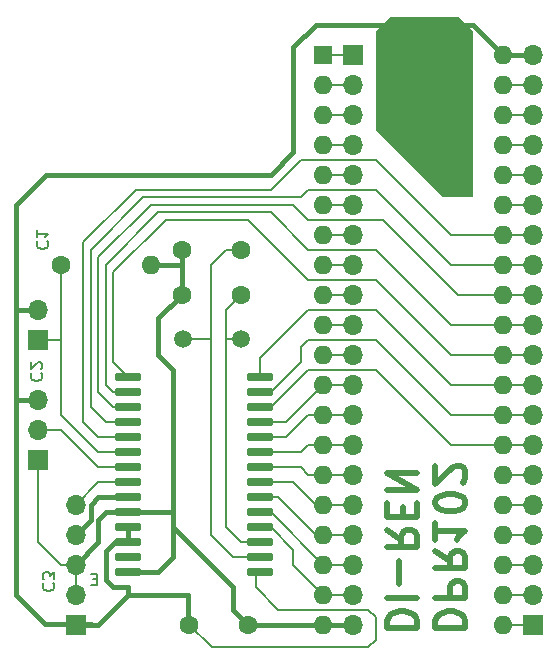
<source format=gbl>
%TF.GenerationSoftware,KiCad,Pcbnew,8.0.3+1*%
%TF.CreationDate,2024-07-30T19:41:34+02:00*%
%TF.ProjectId,QL_diren_keyboard_adapter,514c5f64-6972-4656-9e5f-6b6579626f61,rev?*%
%TF.SameCoordinates,Original*%
%TF.FileFunction,Copper,L2,Bot*%
%TF.FilePolarity,Positive*%
%FSLAX46Y46*%
G04 Gerber Fmt 4.6, Leading zero omitted, Abs format (unit mm)*
G04 Created by KiCad (PCBNEW 8.0.3+1) date 2024-07-30 19:41:34*
%MOMM*%
%LPD*%
G01*
G04 APERTURE LIST*
G04 Aperture macros list*
%AMRoundRect*
0 Rectangle with rounded corners*
0 $1 Rounding radius*
0 $2 $3 $4 $5 $6 $7 $8 $9 X,Y pos of 4 corners*
0 Add a 4 corners polygon primitive as box body*
4,1,4,$2,$3,$4,$5,$6,$7,$8,$9,$2,$3,0*
0 Add four circle primitives for the rounded corners*
1,1,$1+$1,$2,$3*
1,1,$1+$1,$4,$5*
1,1,$1+$1,$6,$7*
1,1,$1+$1,$8,$9*
0 Add four rect primitives between the rounded corners*
20,1,$1+$1,$2,$3,$4,$5,0*
20,1,$1+$1,$4,$5,$6,$7,0*
20,1,$1+$1,$6,$7,$8,$9,0*
20,1,$1+$1,$8,$9,$2,$3,0*%
G04 Aperture macros list end*
%ADD10C,0.200000*%
%TA.AperFunction,NonConductor*%
%ADD11C,0.200000*%
%TD*%
%ADD12C,0.508000*%
%TA.AperFunction,NonConductor*%
%ADD13C,0.508000*%
%TD*%
%TA.AperFunction,ComponentPad*%
%ADD14R,1.600000X1.600000*%
%TD*%
%TA.AperFunction,ComponentPad*%
%ADD15O,1.600000X1.600000*%
%TD*%
%TA.AperFunction,ComponentPad*%
%ADD16R,1.700000X1.700000*%
%TD*%
%TA.AperFunction,ComponentPad*%
%ADD17O,1.700000X1.700000*%
%TD*%
%TA.AperFunction,ComponentPad*%
%ADD18C,1.600000*%
%TD*%
%TA.AperFunction,ComponentPad*%
%ADD19C,1.500000*%
%TD*%
%TA.AperFunction,SMDPad,CuDef*%
%ADD20RoundRect,0.150000X-0.987500X-0.150000X0.987500X-0.150000X0.987500X0.150000X-0.987500X0.150000X0*%
%TD*%
%TA.AperFunction,Conductor*%
%ADD21C,0.200000*%
%TD*%
%TA.AperFunction,Conductor*%
%ADD22C,0.400000*%
%TD*%
%ADD23C,0.350000*%
G04 APERTURE END LIST*
D10*
D11*
X76936019Y-90498898D02*
X76888400Y-90546517D01*
X76888400Y-90546517D02*
X76840780Y-90689374D01*
X76840780Y-90689374D02*
X76840780Y-90784612D01*
X76840780Y-90784612D02*
X76888400Y-90927469D01*
X76888400Y-90927469D02*
X76983638Y-91022707D01*
X76983638Y-91022707D02*
X77078876Y-91070326D01*
X77078876Y-91070326D02*
X77269352Y-91117945D01*
X77269352Y-91117945D02*
X77412209Y-91117945D01*
X77412209Y-91117945D02*
X77602685Y-91070326D01*
X77602685Y-91070326D02*
X77697923Y-91022707D01*
X77697923Y-91022707D02*
X77793161Y-90927469D01*
X77793161Y-90927469D02*
X77840780Y-90784612D01*
X77840780Y-90784612D02*
X77840780Y-90689374D01*
X77840780Y-90689374D02*
X77793161Y-90546517D01*
X77793161Y-90546517D02*
X77745542Y-90498898D01*
X77745542Y-90117945D02*
X77793161Y-90070326D01*
X77793161Y-90070326D02*
X77840780Y-89975088D01*
X77840780Y-89975088D02*
X77840780Y-89736993D01*
X77840780Y-89736993D02*
X77793161Y-89641755D01*
X77793161Y-89641755D02*
X77745542Y-89594136D01*
X77745542Y-89594136D02*
X77650304Y-89546517D01*
X77650304Y-89546517D02*
X77555066Y-89546517D01*
X77555066Y-89546517D02*
X77412209Y-89594136D01*
X77412209Y-89594136D02*
X76840780Y-90165564D01*
X76840780Y-90165564D02*
X76840780Y-89546517D01*
D10*
D11*
X77444019Y-79322898D02*
X77396400Y-79370517D01*
X77396400Y-79370517D02*
X77348780Y-79513374D01*
X77348780Y-79513374D02*
X77348780Y-79608612D01*
X77348780Y-79608612D02*
X77396400Y-79751469D01*
X77396400Y-79751469D02*
X77491638Y-79846707D01*
X77491638Y-79846707D02*
X77586876Y-79894326D01*
X77586876Y-79894326D02*
X77777352Y-79941945D01*
X77777352Y-79941945D02*
X77920209Y-79941945D01*
X77920209Y-79941945D02*
X78110685Y-79894326D01*
X78110685Y-79894326D02*
X78205923Y-79846707D01*
X78205923Y-79846707D02*
X78301161Y-79751469D01*
X78301161Y-79751469D02*
X78348780Y-79608612D01*
X78348780Y-79608612D02*
X78348780Y-79513374D01*
X78348780Y-79513374D02*
X78301161Y-79370517D01*
X78301161Y-79370517D02*
X78253542Y-79322898D01*
X77348780Y-78370517D02*
X77348780Y-78941945D01*
X77348780Y-78656231D02*
X78348780Y-78656231D01*
X78348780Y-78656231D02*
X78205923Y-78751469D01*
X78205923Y-78751469D02*
X78110685Y-78846707D01*
X78110685Y-78846707D02*
X78063066Y-78941945D01*
D10*
D11*
X77952019Y-108278898D02*
X77904400Y-108326517D01*
X77904400Y-108326517D02*
X77856780Y-108469374D01*
X77856780Y-108469374D02*
X77856780Y-108564612D01*
X77856780Y-108564612D02*
X77904400Y-108707469D01*
X77904400Y-108707469D02*
X77999638Y-108802707D01*
X77999638Y-108802707D02*
X78094876Y-108850326D01*
X78094876Y-108850326D02*
X78285352Y-108897945D01*
X78285352Y-108897945D02*
X78428209Y-108897945D01*
X78428209Y-108897945D02*
X78618685Y-108850326D01*
X78618685Y-108850326D02*
X78713923Y-108802707D01*
X78713923Y-108802707D02*
X78809161Y-108707469D01*
X78809161Y-108707469D02*
X78856780Y-108564612D01*
X78856780Y-108564612D02*
X78856780Y-108469374D01*
X78856780Y-108469374D02*
X78809161Y-108326517D01*
X78809161Y-108326517D02*
X78761542Y-108278898D01*
X78856780Y-107945564D02*
X78856780Y-107326517D01*
X78856780Y-107326517D02*
X78475828Y-107659850D01*
X78475828Y-107659850D02*
X78475828Y-107516993D01*
X78475828Y-107516993D02*
X78428209Y-107421755D01*
X78428209Y-107421755D02*
X78380590Y-107374136D01*
X78380590Y-107374136D02*
X78285352Y-107326517D01*
X78285352Y-107326517D02*
X78047257Y-107326517D01*
X78047257Y-107326517D02*
X77952019Y-107374136D01*
X77952019Y-107374136D02*
X77904400Y-107421755D01*
X77904400Y-107421755D02*
X77856780Y-107516993D01*
X77856780Y-107516993D02*
X77856780Y-107802707D01*
X77856780Y-107802707D02*
X77904400Y-107897945D01*
X77904400Y-107897945D02*
X77952019Y-107945564D01*
D10*
D11*
X82434326Y-107928409D02*
X82100993Y-107928409D01*
X81958136Y-108452219D02*
X82434326Y-108452219D01*
X82434326Y-108452219D02*
X82434326Y-107452219D01*
X82434326Y-107452219D02*
X81958136Y-107452219D01*
D12*
D13*
X111106521Y-112091028D02*
X113646521Y-112091028D01*
X113646521Y-112091028D02*
X113646521Y-111486266D01*
X113646521Y-111486266D02*
X113525569Y-111123409D01*
X113525569Y-111123409D02*
X113283664Y-110881504D01*
X113283664Y-110881504D02*
X113041759Y-110760551D01*
X113041759Y-110760551D02*
X112557950Y-110639599D01*
X112557950Y-110639599D02*
X112195093Y-110639599D01*
X112195093Y-110639599D02*
X111711283Y-110760551D01*
X111711283Y-110760551D02*
X111469378Y-110881504D01*
X111469378Y-110881504D02*
X111227474Y-111123409D01*
X111227474Y-111123409D02*
X111106521Y-111486266D01*
X111106521Y-111486266D02*
X111106521Y-112091028D01*
X111106521Y-109551028D02*
X113646521Y-109551028D01*
X113646521Y-109551028D02*
X113646521Y-108583409D01*
X113646521Y-108583409D02*
X113525569Y-108341504D01*
X113525569Y-108341504D02*
X113404616Y-108220551D01*
X113404616Y-108220551D02*
X113162712Y-108099599D01*
X113162712Y-108099599D02*
X112799854Y-108099599D01*
X112799854Y-108099599D02*
X112557950Y-108220551D01*
X112557950Y-108220551D02*
X112436997Y-108341504D01*
X112436997Y-108341504D02*
X112316045Y-108583409D01*
X112316045Y-108583409D02*
X112316045Y-109551028D01*
X111106521Y-105559599D02*
X112316045Y-106406266D01*
X111106521Y-107011028D02*
X113646521Y-107011028D01*
X113646521Y-107011028D02*
X113646521Y-106043409D01*
X113646521Y-106043409D02*
X113525569Y-105801504D01*
X113525569Y-105801504D02*
X113404616Y-105680551D01*
X113404616Y-105680551D02*
X113162712Y-105559599D01*
X113162712Y-105559599D02*
X112799854Y-105559599D01*
X112799854Y-105559599D02*
X112557950Y-105680551D01*
X112557950Y-105680551D02*
X112436997Y-105801504D01*
X112436997Y-105801504D02*
X112316045Y-106043409D01*
X112316045Y-106043409D02*
X112316045Y-107011028D01*
X111106521Y-103140551D02*
X111106521Y-104591980D01*
X111106521Y-103866266D02*
X113646521Y-103866266D01*
X113646521Y-103866266D02*
X113283664Y-104108170D01*
X113283664Y-104108170D02*
X113041759Y-104350075D01*
X113041759Y-104350075D02*
X112920807Y-104591980D01*
X113646521Y-101568170D02*
X113646521Y-101326265D01*
X113646521Y-101326265D02*
X113525569Y-101084361D01*
X113525569Y-101084361D02*
X113404616Y-100963408D01*
X113404616Y-100963408D02*
X113162712Y-100842456D01*
X113162712Y-100842456D02*
X112678902Y-100721503D01*
X112678902Y-100721503D02*
X112074140Y-100721503D01*
X112074140Y-100721503D02*
X111590331Y-100842456D01*
X111590331Y-100842456D02*
X111348426Y-100963408D01*
X111348426Y-100963408D02*
X111227474Y-101084361D01*
X111227474Y-101084361D02*
X111106521Y-101326265D01*
X111106521Y-101326265D02*
X111106521Y-101568170D01*
X111106521Y-101568170D02*
X111227474Y-101810075D01*
X111227474Y-101810075D02*
X111348426Y-101931027D01*
X111348426Y-101931027D02*
X111590331Y-102051980D01*
X111590331Y-102051980D02*
X112074140Y-102172932D01*
X112074140Y-102172932D02*
X112678902Y-102172932D01*
X112678902Y-102172932D02*
X113162712Y-102051980D01*
X113162712Y-102051980D02*
X113404616Y-101931027D01*
X113404616Y-101931027D02*
X113525569Y-101810075D01*
X113525569Y-101810075D02*
X113646521Y-101568170D01*
X113404616Y-99753884D02*
X113525569Y-99632932D01*
X113525569Y-99632932D02*
X113646521Y-99391027D01*
X113646521Y-99391027D02*
X113646521Y-98786265D01*
X113646521Y-98786265D02*
X113525569Y-98544360D01*
X113525569Y-98544360D02*
X113404616Y-98423408D01*
X113404616Y-98423408D02*
X113162712Y-98302455D01*
X113162712Y-98302455D02*
X112920807Y-98302455D01*
X112920807Y-98302455D02*
X112557950Y-98423408D01*
X112557950Y-98423408D02*
X111106521Y-99874836D01*
X111106521Y-99874836D02*
X111106521Y-98302455D01*
X107017263Y-112091028D02*
X109557263Y-112091028D01*
X109557263Y-112091028D02*
X109557263Y-111486266D01*
X109557263Y-111486266D02*
X109436311Y-111123409D01*
X109436311Y-111123409D02*
X109194406Y-110881504D01*
X109194406Y-110881504D02*
X108952501Y-110760551D01*
X108952501Y-110760551D02*
X108468692Y-110639599D01*
X108468692Y-110639599D02*
X108105835Y-110639599D01*
X108105835Y-110639599D02*
X107622025Y-110760551D01*
X107622025Y-110760551D02*
X107380120Y-110881504D01*
X107380120Y-110881504D02*
X107138216Y-111123409D01*
X107138216Y-111123409D02*
X107017263Y-111486266D01*
X107017263Y-111486266D02*
X107017263Y-112091028D01*
X107017263Y-109551028D02*
X109557263Y-109551028D01*
X107984882Y-108341504D02*
X107984882Y-106406266D01*
X107017263Y-103745313D02*
X108226787Y-104591980D01*
X107017263Y-105196742D02*
X109557263Y-105196742D01*
X109557263Y-105196742D02*
X109557263Y-104229123D01*
X109557263Y-104229123D02*
X109436311Y-103987218D01*
X109436311Y-103987218D02*
X109315358Y-103866265D01*
X109315358Y-103866265D02*
X109073454Y-103745313D01*
X109073454Y-103745313D02*
X108710596Y-103745313D01*
X108710596Y-103745313D02*
X108468692Y-103866265D01*
X108468692Y-103866265D02*
X108347739Y-103987218D01*
X108347739Y-103987218D02*
X108226787Y-104229123D01*
X108226787Y-104229123D02*
X108226787Y-105196742D01*
X108347739Y-102656742D02*
X108347739Y-101810075D01*
X107017263Y-101447218D02*
X107017263Y-102656742D01*
X107017263Y-102656742D02*
X109557263Y-102656742D01*
X109557263Y-102656742D02*
X109557263Y-101447218D01*
X107017263Y-100358647D02*
X109557263Y-100358647D01*
X109557263Y-100358647D02*
X107017263Y-98907218D01*
X107017263Y-98907218D02*
X109557263Y-98907218D01*
D14*
%TO.P,U1,1,T0*%
%TO.N,Net-(J1-Pin_1)*%
X101600000Y-63500000D03*
D15*
%TO.P,U1,2,X1*%
%TO.N,Net-(J1-Pin_2)*%
X101600000Y-66040000D03*
%TO.P,U1,3,X2*%
%TO.N,Net-(J1-Pin_3)*%
X101600000Y-68580000D03*
%TO.P,U1,4,~{RESET}*%
%TO.N,Net-(J1-Pin_4)*%
X101600000Y-71120000D03*
%TO.P,U1,5,~{SS}*%
%TO.N,Net-(J1-Pin_5)*%
X101600000Y-73660000D03*
%TO.P,U1,6,~{INT}*%
%TO.N,Net-(J1-Pin_6)*%
X101600000Y-76200000D03*
%TO.P,U1,7,EA*%
%TO.N,Net-(J1-Pin_7)*%
X101600000Y-78740000D03*
%TO.P,U1,8,~{RD}*%
%TO.N,Net-(J1-Pin_8)*%
X101600000Y-81280000D03*
%TO.P,U1,9,~{PSEN}*%
%TO.N,Net-(J1-Pin_9)*%
X101600000Y-83820000D03*
%TO.P,U1,10,~{WR}*%
%TO.N,Net-(J1-Pin_10)*%
X101600000Y-86360000D03*
%TO.P,U1,11,ALE*%
%TO.N,Net-(J1-Pin_11)*%
X101600000Y-88900000D03*
%TO.P,U1,12,DB.0*%
%TO.N,/KBI00*%
X101600000Y-91440000D03*
%TO.P,U1,13,DB.1*%
%TO.N,/KBI01*%
X101600000Y-93980000D03*
%TO.P,U1,14,DB.2*%
%TO.N,/KBI02*%
X101600000Y-96520000D03*
%TO.P,U1,15,DB.3*%
%TO.N,/KBI03*%
X101600000Y-99060000D03*
%TO.P,U1,16,DB.4*%
%TO.N,/KBI04*%
X101600000Y-101600000D03*
%TO.P,U1,17,DB.5*%
%TO.N,/KBI05*%
X101600000Y-104140000D03*
%TO.P,U1,18,DB.6*%
%TO.N,/KBI06*%
X101600000Y-106680000D03*
%TO.P,U1,19,DB.7*%
%TO.N,/KBI07*%
X101600000Y-109220000D03*
%TO.P,U1,20,GND*%
%TO.N,GND*%
X101600000Y-111760000D03*
%TO.P,U1,21,P2.0*%
%TO.N,Net-(J2-Pin_1)*%
X116840000Y-111760000D03*
%TO.P,U1,22,P2.1*%
%TO.N,Net-(J2-Pin_2)*%
X116840000Y-109220000D03*
%TO.P,U1,23,P2.2*%
%TO.N,Net-(J2-Pin_3)*%
X116840000Y-106680000D03*
%TO.P,U1,24,P2.3*%
%TO.N,Net-(J2-Pin_4)*%
X116840000Y-104140000D03*
%TO.P,U1,25,PROG*%
%TO.N,Net-(J2-Pin_5)*%
X116840000Y-101600000D03*
%TO.P,U1,26,Vpp/VDD*%
%TO.N,Net-(J2-Pin_6)*%
X116840000Y-99060000D03*
%TO.P,U1,27,P1.0*%
%TO.N,/KBO00*%
X116840000Y-96520000D03*
%TO.P,U1,28,P1.1*%
%TO.N,/KBO01*%
X116840000Y-93980000D03*
%TO.P,U1,29,P1.2*%
%TO.N,/KBO02*%
X116840000Y-91440000D03*
%TO.P,U1,30,P1.3*%
%TO.N,/KBO03*%
X116840000Y-88900000D03*
%TO.P,U1,31,P1.4*%
%TO.N,/KBO04*%
X116840000Y-86360000D03*
%TO.P,U1,32,P1.5*%
%TO.N,/KBO05*%
X116840000Y-83820000D03*
%TO.P,U1,33,P1.6*%
%TO.N,/KBO06*%
X116840000Y-81280000D03*
%TO.P,U1,34,P1.7*%
%TO.N,/KBO07*%
X116840000Y-78740000D03*
%TO.P,U1,35,P2.4*%
%TO.N,Net-(J2-Pin_15)*%
X116840000Y-76200000D03*
%TO.P,U1,36,P2.5*%
%TO.N,Net-(J2-Pin_16)*%
X116840000Y-73660000D03*
%TO.P,U1,37,P2.6*%
%TO.N,Net-(J2-Pin_17)*%
X116840000Y-71120000D03*
%TO.P,U1,38,P2.7*%
%TO.N,Net-(J2-Pin_18)*%
X116840000Y-68580000D03*
%TO.P,U1,39,T1*%
%TO.N,Net-(J2-Pin_19)*%
X116840000Y-66040000D03*
%TO.P,U1,40,VCC*%
%TO.N,+5V*%
X116840000Y-63500000D03*
%TD*%
D16*
%TO.P,J5,1,Pin_1*%
%TO.N,GND*%
X77470000Y-97790000D03*
D17*
%TO.P,J5,2,Pin_2*%
%TO.N,Net-(J5-Pin_2)*%
X77470000Y-95250000D03*
%TO.P,J5,3,Pin_3*%
%TO.N,+5V*%
X77470000Y-92710000D03*
%TD*%
D18*
%TO.P,C2,1*%
%TO.N,Net-(U2-OSC1{slash}CLKIN)*%
X94615000Y-80010000D03*
%TO.P,C2,2*%
%TO.N,GND*%
X89615000Y-80010000D03*
%TD*%
%TO.P,C1,1*%
%TO.N,Net-(U2-OSC2{slash}CLKOUT)*%
X94615000Y-83820000D03*
%TO.P,C1,2*%
%TO.N,GND*%
X89615000Y-83820000D03*
%TD*%
%TO.P,C3,1*%
%TO.N,+5V*%
X90250000Y-111760000D03*
%TO.P,C3,2*%
%TO.N,GND*%
X95250000Y-111760000D03*
%TD*%
D19*
%TO.P,Y1,1,1*%
%TO.N,Net-(U2-OSC1{slash}CLKIN)*%
X89715000Y-87600000D03*
%TO.P,Y1,2,2*%
%TO.N,Net-(U2-OSC2{slash}CLKOUT)*%
X94615000Y-87600000D03*
%TD*%
D16*
%TO.P,J4,1,Pin_1*%
%TO.N,Net-(J4-Pin_1)*%
X77470000Y-87630000D03*
D17*
%TO.P,J4,2,Pin_2*%
%TO.N,+5V*%
X77470000Y-85090000D03*
%TD*%
D15*
%TO.P,R1,2*%
%TO.N,GND*%
X86995000Y-81280000D03*
D18*
%TO.P,R1,1*%
%TO.N,Net-(J4-Pin_1)*%
X79375000Y-81280000D03*
%TD*%
D16*
%TO.P,J3,1,Pin_1*%
%TO.N,+5V*%
X80645000Y-111760000D03*
D17*
%TO.P,J3,2,Pin_2*%
%TO.N,GND*%
X80645000Y-109220000D03*
%TO.P,J3,3,Pin_3*%
X80645000Y-106680000D03*
%TO.P,J3,4,Pin_4*%
%TO.N,Net-(J3-Pin_4)*%
X80645000Y-104140000D03*
%TO.P,J3,5,Pin_5*%
%TO.N,Net-(J3-Pin_5)*%
X80645000Y-101600000D03*
%TD*%
D16*
%TO.P,J2,1,Pin_1*%
%TO.N,Net-(J2-Pin_1)*%
X119380000Y-111760000D03*
D17*
%TO.P,J2,2,Pin_2*%
%TO.N,Net-(J2-Pin_2)*%
X119380000Y-109220000D03*
%TO.P,J2,3,Pin_3*%
%TO.N,Net-(J2-Pin_3)*%
X119380000Y-106680000D03*
%TO.P,J2,4,Pin_4*%
%TO.N,Net-(J2-Pin_4)*%
X119380000Y-104140000D03*
%TO.P,J2,5,Pin_5*%
%TO.N,Net-(J2-Pin_5)*%
X119380000Y-101600000D03*
%TO.P,J2,6,Pin_6*%
%TO.N,Net-(J2-Pin_6)*%
X119380000Y-99060000D03*
%TO.P,J2,7,Pin_7*%
%TO.N,/KBO00*%
X119380000Y-96520000D03*
%TO.P,J2,8,Pin_8*%
%TO.N,/KBO01*%
X119380000Y-93980000D03*
%TO.P,J2,9,Pin_9*%
%TO.N,/KBO02*%
X119380000Y-91440000D03*
%TO.P,J2,10,Pin_10*%
%TO.N,/KBO03*%
X119380000Y-88900000D03*
%TO.P,J2,11,Pin_11*%
%TO.N,/KBO04*%
X119380000Y-86360000D03*
%TO.P,J2,12,Pin_12*%
%TO.N,/KBO05*%
X119380000Y-83820000D03*
%TO.P,J2,13,Pin_13*%
%TO.N,/KBO06*%
X119380000Y-81280000D03*
%TO.P,J2,14,Pin_14*%
%TO.N,/KBO07*%
X119380000Y-78740000D03*
%TO.P,J2,15,Pin_15*%
%TO.N,Net-(J2-Pin_15)*%
X119380000Y-76200000D03*
%TO.P,J2,16,Pin_16*%
%TO.N,Net-(J2-Pin_16)*%
X119380000Y-73660000D03*
%TO.P,J2,17,Pin_17*%
%TO.N,Net-(J2-Pin_17)*%
X119380000Y-71120000D03*
%TO.P,J2,18,Pin_18*%
%TO.N,Net-(J2-Pin_18)*%
X119380000Y-68580000D03*
%TO.P,J2,19,Pin_19*%
%TO.N,Net-(J2-Pin_19)*%
X119380000Y-66040000D03*
%TO.P,J2,20,Pin_20*%
%TO.N,+5V*%
X119380000Y-63500000D03*
%TD*%
D20*
%TO.P,U2,1,VSS*%
%TO.N,GND*%
X85090000Y-107315000D03*
%TO.P,U2,2,TOCKI*%
%TO.N,unconnected-(U2-TOCKI-Pad2)*%
X85090000Y-106045000D03*
%TO.P,U2,3,VDD*%
%TO.N,+5V*%
X85090000Y-104775000D03*
%TO.P,U2,4,VDD*%
X85090000Y-103505000D03*
%TO.P,U2,5,RA0*%
%TO.N,GND*%
X85090000Y-102235000D03*
%TO.P,U2,6,RA1*%
%TO.N,Net-(J3-Pin_4)*%
X85090000Y-100965000D03*
%TO.P,U2,7,RA2*%
%TO.N,Net-(J3-Pin_5)*%
X85090000Y-99695000D03*
%TO.P,U2,8,RA3*%
%TO.N,Net-(J5-Pin_2)*%
X85090000Y-98425000D03*
%TO.P,U2,9,RB0*%
%TO.N,Net-(J4-Pin_1)*%
X85090000Y-97155000D03*
%TO.P,U2,10,RB1*%
%TO.N,/KBO07*%
X85090000Y-95885000D03*
%TO.P,U2,11,RB2*%
%TO.N,/KBO06*%
X85090000Y-94615000D03*
%TO.P,U2,12,RB3*%
%TO.N,/KBO05*%
X85090000Y-93345000D03*
%TO.P,U2,13,RB4*%
%TO.N,/KBO04*%
X85090000Y-92075000D03*
%TO.P,U2,14,VSS*%
%TO.N,/KBO03*%
X85090000Y-90805000D03*
%TO.P,U2,15,RB5*%
%TO.N,/KBO02*%
X96215000Y-90805000D03*
%TO.P,U2,16,RB6*%
%TO.N,/KBO01*%
X96215000Y-92075000D03*
%TO.P,U2,17,RB7*%
%TO.N,/KBO00*%
X96215000Y-93345000D03*
%TO.P,U2,18,RC0*%
%TO.N,/KBI00*%
X96215000Y-94615000D03*
%TO.P,U2,19,RC1*%
%TO.N,/KBI01*%
X96215000Y-95885000D03*
%TO.P,U2,20,RC2*%
%TO.N,/KBI02*%
X96215000Y-97155000D03*
%TO.P,U2,21,RC3*%
%TO.N,/KBI03*%
X96215000Y-98425000D03*
%TO.P,U2,22,RC4*%
%TO.N,/KBI04*%
X96215000Y-99695000D03*
%TO.P,U2,23,RC5*%
%TO.N,/KBI05*%
X96215000Y-100965000D03*
%TO.P,U2,24,RC6*%
%TO.N,/KBI06*%
X96215000Y-102235000D03*
%TO.P,U2,25,RC7*%
%TO.N,/KBI07*%
X96215000Y-103505000D03*
%TO.P,U2,26,OSC2/CLKOUT*%
%TO.N,Net-(U2-OSC2{slash}CLKOUT)*%
X96215000Y-104775000D03*
%TO.P,U2,27,OSC1/CLKIN*%
%TO.N,Net-(U2-OSC1{slash}CLKIN)*%
X96215000Y-106045000D03*
%TO.P,U2,28,~{MCLR}*%
%TO.N,+5V*%
X96215000Y-107315000D03*
%TD*%
D16*
%TO.P,J1,1,Pin_1*%
%TO.N,Net-(J1-Pin_1)*%
X104140000Y-63500000D03*
D17*
%TO.P,J1,2,Pin_2*%
%TO.N,Net-(J1-Pin_2)*%
X104140000Y-66040000D03*
%TO.P,J1,3,Pin_3*%
%TO.N,Net-(J1-Pin_3)*%
X104140000Y-68580000D03*
%TO.P,J1,4,Pin_4*%
%TO.N,Net-(J1-Pin_4)*%
X104140000Y-71120000D03*
%TO.P,J1,5,Pin_5*%
%TO.N,Net-(J1-Pin_5)*%
X104140000Y-73660000D03*
%TO.P,J1,6,Pin_6*%
%TO.N,Net-(J1-Pin_6)*%
X104140000Y-76200000D03*
%TO.P,J1,7,Pin_7*%
%TO.N,Net-(J1-Pin_7)*%
X104140000Y-78740000D03*
%TO.P,J1,8,Pin_8*%
%TO.N,Net-(J1-Pin_8)*%
X104140000Y-81280000D03*
%TO.P,J1,9,Pin_9*%
%TO.N,Net-(J1-Pin_9)*%
X104140000Y-83820000D03*
%TO.P,J1,10,Pin_10*%
%TO.N,Net-(J1-Pin_10)*%
X104140000Y-86360000D03*
%TO.P,J1,11,Pin_11*%
%TO.N,Net-(J1-Pin_11)*%
X104140000Y-88900000D03*
%TO.P,J1,12,Pin_12*%
%TO.N,/KBI00*%
X104140000Y-91440000D03*
%TO.P,J1,13,Pin_13*%
%TO.N,/KBI01*%
X104140000Y-93980000D03*
%TO.P,J1,14,Pin_14*%
%TO.N,/KBI02*%
X104140000Y-96520000D03*
%TO.P,J1,15,Pin_15*%
%TO.N,/KBI03*%
X104140000Y-99060000D03*
%TO.P,J1,16,Pin_16*%
%TO.N,/KBI04*%
X104140000Y-101600000D03*
%TO.P,J1,17,Pin_17*%
%TO.N,/KBI05*%
X104140000Y-104140000D03*
%TO.P,J1,18,Pin_18*%
%TO.N,/KBI06*%
X104140000Y-106680000D03*
%TO.P,J1,19,Pin_19*%
%TO.N,/KBI07*%
X104140000Y-109220000D03*
%TO.P,J1,20,Pin_20*%
%TO.N,GND*%
X104140000Y-111760000D03*
%TD*%
D21*
%TO.N,Net-(J4-Pin_1)*%
X85090000Y-97155000D02*
X82550000Y-97155000D01*
X82550000Y-97155000D02*
X79375000Y-93980000D01*
X79375000Y-81915000D02*
X79375000Y-81280000D01*
X79375000Y-81280000D02*
X79375000Y-93980000D01*
X77470000Y-87630000D02*
X79375000Y-87630000D01*
%TO.N,/KBO03*%
X85090000Y-90805000D02*
X83820000Y-89535000D01*
%TO.N,Net-(U2-OSC1{slash}CLKIN)*%
X92045000Y-87600000D02*
X92075000Y-87630000D01*
X92075000Y-104140000D02*
X93980000Y-106045000D01*
X92075000Y-87630000D02*
X92075000Y-104140000D01*
X92075000Y-81280000D02*
X92075000Y-87630000D01*
X94615000Y-80010000D02*
X93345000Y-80010000D01*
X93980000Y-106045000D02*
X96215000Y-106045000D01*
X89715000Y-87600000D02*
X92045000Y-87600000D01*
X93345000Y-80010000D02*
X92075000Y-81280000D01*
D22*
%TO.N,GND*%
X86995000Y-81280000D02*
X89615000Y-81280000D01*
X85090000Y-107315000D02*
X87630000Y-107315000D01*
X88900000Y-103505000D02*
X93980000Y-108585000D01*
X89615000Y-81915000D02*
X89615000Y-80010000D01*
X88900000Y-102235000D02*
X88900000Y-103505000D01*
X88900000Y-102235000D02*
X88900000Y-90170000D01*
X89615000Y-83820000D02*
X89615000Y-81915000D01*
X82550000Y-102870000D02*
X83185000Y-102235000D01*
D21*
X77470000Y-104775000D02*
X79375000Y-106680000D01*
D22*
X88900000Y-106045000D02*
X87630000Y-107315000D01*
X80645000Y-106680000D02*
X82550000Y-104775000D01*
X82550000Y-104775000D02*
X82550000Y-102870000D01*
X87630000Y-88900000D02*
X87630000Y-85805000D01*
D21*
X80645000Y-106680000D02*
X80645000Y-109220000D01*
D22*
X83185000Y-102235000D02*
X84430000Y-102235000D01*
X85090000Y-102235000D02*
X88900000Y-102235000D01*
X95250000Y-111760000D02*
X93980000Y-110490000D01*
X93980000Y-110490000D02*
X93980000Y-108585000D01*
X88900000Y-90170000D02*
X87630000Y-88900000D01*
X101600000Y-111760000D02*
X95250000Y-111760000D01*
X88900000Y-102235000D02*
X88900000Y-106045000D01*
X101600000Y-111760000D02*
X104140000Y-111760000D01*
X87630000Y-85805000D02*
X89615000Y-83820000D01*
D21*
X79375000Y-106680000D02*
X80645000Y-106680000D01*
X77470000Y-97790000D02*
X77470000Y-104775000D01*
%TO.N,Net-(U2-OSC2{slash}CLKOUT)*%
X96215000Y-104775000D02*
X94615000Y-104775000D01*
X93345000Y-85090000D02*
X93345000Y-87630000D01*
X93345000Y-87630000D02*
X93345000Y-103505000D01*
X94615000Y-104775000D02*
X93345000Y-103505000D01*
X94615000Y-83820000D02*
X93345000Y-85090000D01*
X93375000Y-87600000D02*
X93345000Y-87630000D01*
X94615000Y-87600000D02*
X93375000Y-87600000D01*
D22*
%TO.N,+5V*%
X83820000Y-108585000D02*
X85090000Y-108585000D01*
D21*
X105410000Y-113665000D02*
X92155000Y-113665000D01*
X95885000Y-107315000D02*
X95885000Y-108585000D01*
D22*
X99060000Y-71755000D02*
X99060000Y-62865000D01*
X90170000Y-111680000D02*
X90170000Y-109220000D01*
X114300000Y-60960000D02*
X116840000Y-63500000D01*
X85090000Y-109220000D02*
X90170000Y-109220000D01*
X85090000Y-109220000D02*
X82550000Y-111760000D01*
X75565000Y-76200000D02*
X78105000Y-73660000D01*
X83185000Y-105542501D02*
X83185000Y-107950000D01*
D21*
X97790000Y-110490000D02*
X105410000Y-110490000D01*
D22*
X85090000Y-103505000D02*
X85090000Y-104775000D01*
D21*
X92155000Y-113665000D02*
X90250000Y-111760000D01*
D22*
X82550000Y-111760000D02*
X80645000Y-111760000D01*
X85090000Y-104775000D02*
X83952501Y-104775000D01*
X83952501Y-104775000D02*
X83185000Y-105542501D01*
D21*
X106045000Y-111125000D02*
X106045000Y-113030000D01*
D22*
X100965000Y-60960000D02*
X114300000Y-60960000D01*
X116840000Y-63500000D02*
X119380000Y-63500000D01*
X83185000Y-107950000D02*
X83820000Y-108585000D01*
X77470000Y-85090000D02*
X75565000Y-85090000D01*
X97155000Y-73660000D02*
X99060000Y-71755000D01*
D21*
X106045000Y-113030000D02*
X105410000Y-113665000D01*
X105410000Y-110490000D02*
X106045000Y-111125000D01*
D22*
X78095000Y-111750000D02*
X75565000Y-109220000D01*
X81925000Y-111750000D02*
X78095000Y-111750000D01*
X75565000Y-84455000D02*
X75565000Y-76200000D01*
X78105000Y-73660000D02*
X97155000Y-73660000D01*
X75565000Y-92710000D02*
X75565000Y-84455000D01*
D21*
X95885000Y-108585000D02*
X97790000Y-110490000D01*
D22*
X75565000Y-109220000D02*
X75565000Y-92710000D01*
X77470000Y-92710000D02*
X75565000Y-92710000D01*
X99060000Y-62865000D02*
X100965000Y-60960000D01*
X85090000Y-108585000D02*
X85090000Y-109220000D01*
D21*
%TO.N,Net-(J1-Pin_6)*%
X101600000Y-76200000D02*
X104140000Y-76200000D01*
%TO.N,Net-(J1-Pin_2)*%
X101600000Y-66040000D02*
X104140000Y-66040000D01*
%TO.N,Net-(J1-Pin_8)*%
X101600000Y-81280000D02*
X104140000Y-81280000D01*
%TO.N,Net-(J1-Pin_4)*%
X101600000Y-71120000D02*
X104140000Y-71120000D01*
%TO.N,Net-(J1-Pin_5)*%
X101600000Y-73660000D02*
X104140000Y-73660000D01*
%TO.N,Net-(J1-Pin_7)*%
X101600000Y-78740000D02*
X104140000Y-78740000D01*
%TO.N,Net-(J1-Pin_1)*%
X101600000Y-63500000D02*
X104140000Y-63500000D01*
%TO.N,Net-(J1-Pin_3)*%
X101600000Y-68580000D02*
X104140000Y-68580000D01*
%TO.N,Net-(J2-Pin_5)*%
X116840000Y-101600000D02*
X119380000Y-101600000D01*
%TO.N,Net-(J2-Pin_2)*%
X116840000Y-109220000D02*
X119380000Y-109220000D01*
%TO.N,Net-(J2-Pin_1)*%
X116840000Y-111760000D02*
X119380000Y-111760000D01*
%TO.N,Net-(J2-Pin_3)*%
X116840000Y-106680000D02*
X119380000Y-106680000D01*
%TO.N,Net-(J2-Pin_6)*%
X116840000Y-99060000D02*
X119380000Y-99060000D01*
%TO.N,Net-(J2-Pin_4)*%
X116840000Y-104140000D02*
X119380000Y-104140000D01*
D22*
%TO.N,Net-(J3-Pin_4)*%
X80645000Y-104140000D02*
X81915000Y-102870000D01*
X81915000Y-101600000D02*
X82550000Y-100965000D01*
X82550000Y-100965000D02*
X84430000Y-100965000D01*
X81915000Y-102870000D02*
X81915000Y-101600000D01*
D21*
%TO.N,Net-(J3-Pin_5)*%
X82550000Y-99695000D02*
X84430000Y-99695000D01*
X80645000Y-101600000D02*
X82550000Y-99695000D01*
%TO.N,Net-(J5-Pin_2)*%
X82550000Y-98425000D02*
X84430000Y-98425000D01*
X77470000Y-95250000D02*
X79375000Y-95250000D01*
X79375000Y-95250000D02*
X82550000Y-98425000D01*
%TO.N,/KBI06*%
X97155000Y-102235000D02*
X101600000Y-106680000D01*
X101600000Y-106680000D02*
X104140000Y-106680000D01*
%TO.N,/KBI07*%
X99060000Y-105410000D02*
X97155000Y-103505000D01*
X101600000Y-109220000D02*
X104140000Y-109220000D01*
X101600000Y-109220000D02*
X99060000Y-106680000D01*
X99060000Y-105410000D02*
X99060000Y-106680000D01*
%TO.N,/KBI04*%
X99060000Y-99695000D02*
X100965000Y-101600000D01*
X97155000Y-99695000D02*
X99060000Y-99695000D01*
X101600000Y-101600000D02*
X104140000Y-101600000D01*
%TO.N,/KBI00*%
X97155000Y-94615000D02*
X98425000Y-94615000D01*
X101600000Y-91440000D02*
X98425000Y-94615000D01*
X101600000Y-91440000D02*
X104140000Y-91440000D01*
%TO.N,/KBI02*%
X97155000Y-97155000D02*
X99695000Y-97155000D01*
X101600000Y-96520000D02*
X100330000Y-96520000D01*
X101600000Y-96520000D02*
X104140000Y-96520000D01*
X99695000Y-97155000D02*
X100330000Y-96520000D01*
%TO.N,/KBI01*%
X98425000Y-95885000D02*
X100330000Y-93980000D01*
X101600000Y-93980000D02*
X100330000Y-93980000D01*
X98425000Y-95885000D02*
X97155000Y-95885000D01*
X101600000Y-93980000D02*
X104140000Y-93980000D01*
%TO.N,/KBI03*%
X101600000Y-99060000D02*
X100330000Y-99060000D01*
X101600000Y-99060000D02*
X104140000Y-99060000D01*
X100330000Y-99060000D02*
X99695000Y-98425000D01*
X99695000Y-98425000D02*
X97155000Y-98425000D01*
%TO.N,/KBI05*%
X100965000Y-104140000D02*
X97790000Y-100965000D01*
X97790000Y-100965000D02*
X97155000Y-100965000D01*
X101600000Y-104140000D02*
X104140000Y-104140000D01*
%TO.N,Net-(J2-Pin_18)*%
X116840000Y-68580000D02*
X119380000Y-68580000D01*
%TO.N,Net-(J2-Pin_19)*%
X116840000Y-66040000D02*
X119380000Y-66040000D01*
%TO.N,Net-(J2-Pin_16)*%
X116840000Y-73660000D02*
X119380000Y-73660000D01*
%TO.N,Net-(J2-Pin_15)*%
X116840000Y-76200000D02*
X119380000Y-76200000D01*
%TO.N,Net-(J2-Pin_17)*%
X116840000Y-71120000D02*
X119380000Y-71120000D01*
%TO.N,Net-(J1-Pin_9)*%
X101600000Y-83820000D02*
X104140000Y-83820000D01*
%TO.N,Net-(J1-Pin_11)*%
X101600000Y-88900000D02*
X104140000Y-88900000D01*
%TO.N,Net-(J1-Pin_10)*%
X101600000Y-86360000D02*
X104140000Y-86360000D01*
%TO.N,/KBO02*%
X96215000Y-89205000D02*
X100330000Y-85090000D01*
X112395000Y-91440000D02*
X116840000Y-91440000D01*
X116840000Y-91440000D02*
X119380000Y-91440000D01*
X100330000Y-85090000D02*
X106045000Y-85090000D01*
X96215000Y-90805000D02*
X96215000Y-89205000D01*
X106045000Y-85090000D02*
X112395000Y-91440000D01*
%TO.N,/KBO00*%
X116840000Y-96520000D02*
X112395000Y-96520000D01*
X106045000Y-90170000D02*
X100330000Y-90170000D01*
X116840000Y-96520000D02*
X119380000Y-96520000D01*
X112395000Y-96520000D02*
X106045000Y-90170000D01*
X100330000Y-90170000D02*
X97155000Y-93345000D01*
%TO.N,/KBO01*%
X116840000Y-93980000D02*
X112395000Y-93980000D01*
X116840000Y-93980000D02*
X119380000Y-93980000D01*
X99695000Y-88265000D02*
X99695000Y-89535000D01*
X112395000Y-93980000D02*
X106045000Y-87630000D01*
X100330000Y-87630000D02*
X99695000Y-88265000D01*
X99695000Y-89535000D02*
X97155000Y-92075000D01*
X106045000Y-87630000D02*
X100330000Y-87630000D01*
%TO.N,/KBO03*%
X95250000Y-77470000D02*
X88265000Y-77470000D01*
X83820000Y-81915000D02*
X83820000Y-89535000D01*
X116840000Y-88900000D02*
X119380000Y-88900000D01*
X100330000Y-82550000D02*
X95250000Y-77470000D01*
X116840000Y-88900000D02*
X112395000Y-88900000D01*
X106045000Y-82550000D02*
X100330000Y-82550000D01*
X112395000Y-88900000D02*
X106045000Y-82550000D01*
X88265000Y-77470000D02*
X83820000Y-81915000D01*
%TO.N,/KBO05*%
X83820000Y-93345000D02*
X82550000Y-92075000D01*
X86995000Y-76200000D02*
X99060000Y-76200000D01*
X113030000Y-83820000D02*
X116840000Y-83820000D01*
X99060000Y-76200000D02*
X100330000Y-77470000D01*
X106680000Y-77470000D02*
X113030000Y-83820000D01*
X100330000Y-77470000D02*
X106680000Y-77470000D01*
X86995000Y-76200000D02*
X82550000Y-80645000D01*
X83820000Y-93345000D02*
X85090000Y-93345000D01*
X82550000Y-92075000D02*
X82550000Y-80645000D01*
X116840000Y-83820000D02*
X119380000Y-83820000D01*
%TO.N,/KBO07*%
X116840000Y-78740000D02*
X112395000Y-78740000D01*
X106045000Y-72390000D02*
X99695000Y-72390000D01*
X82550000Y-95885000D02*
X85090000Y-95885000D01*
X85725000Y-74930000D02*
X81280000Y-79375000D01*
X99695000Y-72390000D02*
X97155000Y-74930000D01*
X97155000Y-74930000D02*
X85725000Y-74930000D01*
X116840000Y-78740000D02*
X119380000Y-78740000D01*
X81280000Y-94615000D02*
X82550000Y-95885000D01*
X81280000Y-79375000D02*
X81280000Y-94615000D01*
X112395000Y-78740000D02*
X106045000Y-72390000D01*
%TO.N,/KBO04*%
X97155000Y-76835000D02*
X87630000Y-76835000D01*
X112395000Y-86360000D02*
X106045000Y-80010000D01*
X116840000Y-86360000D02*
X112395000Y-86360000D01*
X83185000Y-81280000D02*
X83185000Y-91440000D01*
X100330000Y-80010000D02*
X97155000Y-76835000D01*
X106045000Y-80010000D02*
X100330000Y-80010000D01*
X116840000Y-86360000D02*
X119380000Y-86360000D01*
X87630000Y-76835000D02*
X83185000Y-81280000D01*
X83185000Y-91440000D02*
X83820000Y-92075000D01*
X83820000Y-92075000D02*
X85090000Y-92075000D01*
%TO.N,/KBO06*%
X100330000Y-74930000D02*
X99695000Y-75565000D01*
X81915000Y-80010000D02*
X81915000Y-93345000D01*
X106045000Y-74930000D02*
X100330000Y-74930000D01*
X81915000Y-93345000D02*
X83185000Y-94615000D01*
X86360000Y-75565000D02*
X81915000Y-80010000D01*
X83185000Y-94615000D02*
X85090000Y-94615000D01*
X116840000Y-81280000D02*
X119380000Y-81280000D01*
X99695000Y-75565000D02*
X86360000Y-75565000D01*
X112395000Y-81280000D02*
X106045000Y-74930000D01*
X116840000Y-81280000D02*
X112395000Y-81280000D01*
%TD*%
%TA.AperFunction,Conductor*%
%TO.N,+5V*%
G36*
X113045677Y-60344685D02*
G01*
X113066319Y-60361319D01*
X114263681Y-61558681D01*
X114297166Y-61620004D01*
X114300000Y-61646362D01*
X114300000Y-75441000D01*
X114280315Y-75508039D01*
X114227511Y-75553794D01*
X114176000Y-75565000D01*
X111811362Y-75565000D01*
X111744323Y-75545315D01*
X111723681Y-75528681D01*
X106081319Y-69886319D01*
X106047834Y-69824996D01*
X106045000Y-69798638D01*
X106045000Y-61646362D01*
X106064685Y-61579323D01*
X106081319Y-61558681D01*
X107278681Y-60361319D01*
X107340004Y-60327834D01*
X107366362Y-60325000D01*
X112978638Y-60325000D01*
X113045677Y-60344685D01*
G37*
%TD.AperFunction*%
%TD*%
D23*
X101600000Y-63500000D03*
X101600000Y-66040000D03*
X101600000Y-68580000D03*
X101600000Y-71120000D03*
X101600000Y-73660000D03*
X101600000Y-76200000D03*
X101600000Y-78740000D03*
X101600000Y-81280000D03*
X101600000Y-83820000D03*
X101600000Y-86360000D03*
X101600000Y-88900000D03*
X101600000Y-91440000D03*
X101600000Y-93980000D03*
X101600000Y-96520000D03*
X101600000Y-99060000D03*
X101600000Y-101600000D03*
X101600000Y-104140000D03*
X101600000Y-106680000D03*
X101600000Y-109220000D03*
X101600000Y-111760000D03*
X116840000Y-111760000D03*
X116840000Y-109220000D03*
X116840000Y-106680000D03*
X116840000Y-104140000D03*
X116840000Y-101600000D03*
X116840000Y-99060000D03*
X116840000Y-96520000D03*
X116840000Y-93980000D03*
X116840000Y-91440000D03*
X116840000Y-88900000D03*
X116840000Y-86360000D03*
X116840000Y-83820000D03*
X116840000Y-81280000D03*
X116840000Y-78740000D03*
X116840000Y-76200000D03*
X116840000Y-73660000D03*
X116840000Y-71120000D03*
X116840000Y-68580000D03*
X116840000Y-66040000D03*
X116840000Y-63500000D03*
X77470000Y-97790000D03*
X77470000Y-95250000D03*
X77470000Y-92710000D03*
X94615000Y-80010000D03*
X89615000Y-80010000D03*
X94615000Y-83820000D03*
X89615000Y-83820000D03*
X90250000Y-111760000D03*
X95250000Y-111760000D03*
X89715000Y-87600000D03*
X94615000Y-87600000D03*
X77470000Y-87630000D03*
X77470000Y-85090000D03*
X86995000Y-81280000D03*
X79375000Y-81280000D03*
X80645000Y-111760000D03*
X80645000Y-109220000D03*
X80645000Y-106680000D03*
X80645000Y-104140000D03*
X80645000Y-101600000D03*
X119380000Y-111760000D03*
X119380000Y-109220000D03*
X119380000Y-106680000D03*
X119380000Y-104140000D03*
X119380000Y-101600000D03*
X119380000Y-99060000D03*
X119380000Y-96520000D03*
X119380000Y-93980000D03*
X119380000Y-91440000D03*
X119380000Y-88900000D03*
X119380000Y-86360000D03*
X119380000Y-83820000D03*
X119380000Y-81280000D03*
X119380000Y-78740000D03*
X119380000Y-76200000D03*
X119380000Y-73660000D03*
X119380000Y-71120000D03*
X119380000Y-68580000D03*
X119380000Y-66040000D03*
X119380000Y-63500000D03*
X104140000Y-63500000D03*
X104140000Y-66040000D03*
X104140000Y-68580000D03*
X104140000Y-71120000D03*
X104140000Y-73660000D03*
X104140000Y-76200000D03*
X104140000Y-78740000D03*
X104140000Y-81280000D03*
X104140000Y-83820000D03*
X104140000Y-86360000D03*
X104140000Y-88900000D03*
X104140000Y-91440000D03*
X104140000Y-93980000D03*
X104140000Y-96520000D03*
X104140000Y-99060000D03*
X104140000Y-101600000D03*
X104140000Y-104140000D03*
X104140000Y-106680000D03*
X104140000Y-109220000D03*
X104140000Y-111760000D03*
M02*

</source>
